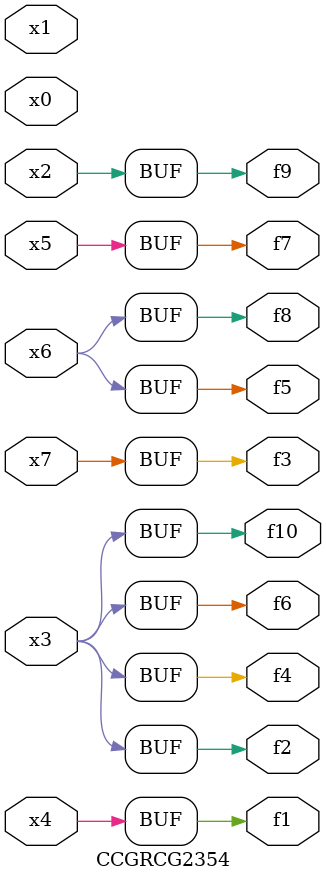
<source format=v>
module CCGRCG2354(
	input x0, x1, x2, x3, x4, x5, x6, x7,
	output f1, f2, f3, f4, f5, f6, f7, f8, f9, f10
);
	assign f1 = x4;
	assign f2 = x3;
	assign f3 = x7;
	assign f4 = x3;
	assign f5 = x6;
	assign f6 = x3;
	assign f7 = x5;
	assign f8 = x6;
	assign f9 = x2;
	assign f10 = x3;
endmodule

</source>
